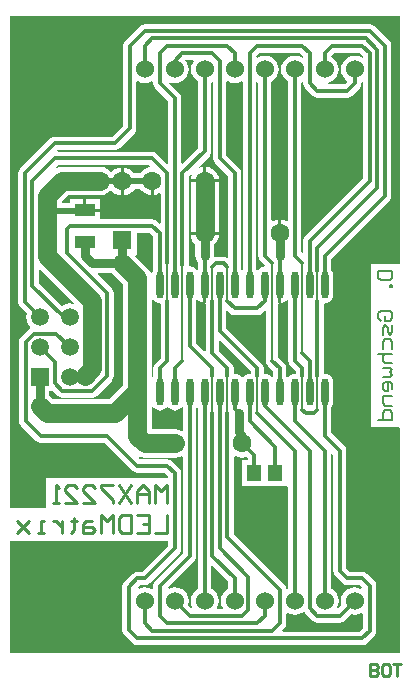
<source format=gbl>
%FSLAX25Y25*%
%MOIN*%
G70*
G01*
G75*
G04 Layer_Physical_Order=3*
G04 Layer_Color=16711680*
%ADD10R,0.06693X0.04331*%
%ADD11O,0.02362X0.09055*%
%ADD12R,0.04724X0.05512*%
%ADD13C,0.06299*%
%ADD14C,0.03150*%
%ADD15C,0.01181*%
%ADD16C,0.00787*%
%ADD17C,0.01969*%
%ADD18C,0.01000*%
%ADD19C,0.06000*%
%ADD20C,0.06299*%
%ADD21R,0.06299X0.06299*%
%ADD22C,0.05906*%
%ADD23R,0.05906X0.05906*%
G36*
X80292Y94086D02*
Y93469D01*
X80000Y93213D01*
X79281Y93118D01*
X78610Y92840D01*
X78035Y92399D01*
X77750Y92028D01*
X77250D01*
X76965Y92399D01*
X76390Y92840D01*
X75719Y93118D01*
X75000Y93213D01*
X74708Y93469D01*
Y95000D01*
X74540Y95845D01*
X74061Y96561D01*
X69708Y100915D01*
Y104017D01*
X70170Y104208D01*
X80292Y94086D01*
D02*
G37*
G36*
X90500Y116853D02*
X90719Y116882D01*
X91390Y117160D01*
X91966Y117601D01*
X92250Y117972D01*
X92583D01*
X92792Y117901D01*
Y97500D01*
X92960Y96655D01*
X93439Y95939D01*
X95292Y94086D01*
Y93469D01*
X95000Y93213D01*
X94281Y93118D01*
X93610Y92840D01*
X93034Y92399D01*
X92750Y92028D01*
X92417D01*
X92208Y92099D01*
Y95000D01*
X92040Y95845D01*
X91561Y96561D01*
X89507Y98615D01*
Y116473D01*
X89883Y116803D01*
X89507Y116852D01*
Y122914D01*
X90500D01*
Y116853D01*
D02*
G37*
G36*
X34130Y126630D02*
X37735Y123026D01*
Y89474D01*
X33026Y84765D01*
X14474D01*
X13370Y85869D01*
X13177Y86017D01*
Y87565D01*
X14312D01*
X15939Y85939D01*
X16655Y85460D01*
X17500Y85292D01*
X27500D01*
X28345Y85460D01*
X29061Y85939D01*
X34061Y90939D01*
X34540Y91655D01*
X34708Y92500D01*
Y120000D01*
X34540Y120845D01*
X34061Y121561D01*
X29261Y126361D01*
X29452Y126823D01*
X33983D01*
X34130Y126630D01*
D02*
G37*
G36*
X48035Y117601D02*
X48610Y117160D01*
X49281Y116882D01*
X50000Y116787D01*
X50292Y116531D01*
Y98414D01*
X48439Y96561D01*
X47960Y95845D01*
X47792Y95000D01*
Y92424D01*
X47386Y92133D01*
X47265Y92174D01*
Y117826D01*
X47739Y117987D01*
X48035Y117601D01*
D02*
G37*
G36*
X65493Y118394D02*
X65460Y118345D01*
X65292Y117500D01*
Y116825D01*
X65000Y116787D01*
X65292Y116531D01*
Y100983D01*
X64830Y100792D01*
X62208Y103414D01*
Y117901D01*
X62417Y117972D01*
X62750D01*
X63034Y117601D01*
X63610Y117160D01*
X64281Y116882D01*
X64500Y116853D01*
Y122914D01*
X65493D01*
Y118394D01*
D02*
G37*
G36*
X21294Y116967D02*
X21073Y116518D01*
X20000Y116660D01*
X18818Y116504D01*
X17717Y116048D01*
X17353Y115769D01*
X9708Y123415D01*
Y127900D01*
X10170Y128091D01*
X21294Y116967D01*
D02*
G37*
G36*
X85493Y114217D02*
Y98394D01*
X85460Y98345D01*
X85292Y97500D01*
X85460Y96655D01*
X85939Y95939D01*
X87792Y94086D01*
Y92099D01*
X87583Y92028D01*
X87250D01*
X86966Y92399D01*
X86390Y92840D01*
X85719Y93118D01*
X85000Y93213D01*
X84708Y93469D01*
Y95000D01*
X84540Y95845D01*
X84061Y96561D01*
X72208Y108414D01*
Y114017D01*
X72670Y114208D01*
X73439Y113439D01*
X74155Y112960D01*
X75000Y112792D01*
X82500D01*
X83345Y112960D01*
X84061Y113439D01*
X85031Y114409D01*
X85493Y114217D01*
D02*
G37*
G36*
X62792Y81843D02*
Y21537D01*
X62693Y21496D01*
X61737Y20763D01*
X61004Y19807D01*
X60543Y18694D01*
X60386Y17500D01*
X60543Y16306D01*
X60920Y15396D01*
X60504Y15118D01*
X59416Y16206D01*
X59457Y16306D01*
X59614Y17500D01*
X59457Y18694D01*
X58996Y19807D01*
X58263Y20763D01*
X57307Y21496D01*
X56194Y21957D01*
X55000Y22114D01*
X53806Y21957D01*
X52896Y21580D01*
X52618Y21996D01*
X61561Y30939D01*
X62040Y31655D01*
X62208Y32500D01*
Y81843D01*
X62500Y82053D01*
X62792Y81843D01*
D02*
G37*
G36*
X72792Y24085D02*
Y21537D01*
X72693Y21496D01*
X71737Y20763D01*
X71004Y19807D01*
X70543Y18694D01*
X70386Y17500D01*
X70543Y16306D01*
X71004Y15193D01*
X71032Y15156D01*
X70811Y14708D01*
X69189D01*
X68968Y15156D01*
X68996Y15193D01*
X69457Y16306D01*
X69614Y17500D01*
X69457Y18694D01*
X68996Y19807D01*
X68263Y20763D01*
X67307Y21496D01*
X67208Y21537D01*
Y29017D01*
X67670Y29208D01*
X72792Y24085D01*
D02*
G37*
G36*
X98230Y13752D02*
X98439Y13439D01*
X100939Y10939D01*
X101655Y10460D01*
X102500Y10292D01*
X110000D01*
X110845Y10460D01*
X111561Y10939D01*
X113706Y13084D01*
X113806Y13043D01*
X115000Y12886D01*
X116194Y13043D01*
X117307Y13504D01*
X117344Y13532D01*
X117792Y13311D01*
Y8415D01*
X116586Y7208D01*
X90983D01*
X90792Y7670D01*
X91561Y8439D01*
X92040Y9155D01*
X92208Y10000D01*
Y13311D01*
X92656Y13532D01*
X92693Y13504D01*
X93806Y13043D01*
X95000Y12886D01*
X96194Y13043D01*
X97307Y13504D01*
X97736Y13833D01*
X98230Y13752D01*
D02*
G37*
G36*
X76267Y65397D02*
X77500Y65235D01*
X78733Y65397D01*
X78908Y65470D01*
X79249Y65129D01*
Y64331D01*
X77520D01*
Y55669D01*
X92480D01*
D01*
X92480D01*
X92792Y55357D01*
Y21798D01*
X92381Y21513D01*
X92137Y21605D01*
X92040Y22095D01*
X91561Y22811D01*
X74708Y39665D01*
Y65593D01*
X75124Y65871D01*
X76267Y65397D01*
D02*
G37*
G36*
X48035Y81775D02*
X48610Y81333D01*
X49281Y81055D01*
X50000Y80961D01*
X50719Y81055D01*
X51390Y81333D01*
X51965Y81775D01*
X52250Y82145D01*
X52750D01*
X53035Y81775D01*
X53610Y81333D01*
X54281Y81055D01*
X55000Y80961D01*
X55719Y81055D01*
X56390Y81333D01*
X56966Y81775D01*
X57250Y82145D01*
X57583D01*
X57792Y82074D01*
Y74407D01*
X57376Y74129D01*
X56233Y74603D01*
X55000Y74765D01*
X47265D01*
Y81999D01*
X47739Y82160D01*
X48035Y81775D01*
D02*
G37*
G36*
X57792Y65593D02*
Y33415D01*
X48439Y24061D01*
X47960Y23345D01*
X47792Y22500D01*
Y21689D01*
X47344Y21468D01*
X47307Y21496D01*
X46194Y21957D01*
X45000Y22114D01*
X43806Y21957D01*
X42896Y21580D01*
X42618Y21996D01*
X43415Y22792D01*
X45000D01*
X45845Y22960D01*
X46561Y23439D01*
X56561Y33439D01*
X57040Y34155D01*
X57208Y35000D01*
Y60000D01*
X57040Y60845D01*
X56561Y61561D01*
X54061Y64061D01*
X53345Y64540D01*
X52500Y64708D01*
X43415D01*
X42895Y65228D01*
X43172Y65643D01*
X43767Y65397D01*
X45000Y65235D01*
X55000D01*
X56233Y65397D01*
X57376Y65871D01*
X57792Y65593D01*
D02*
G37*
G36*
X107792Y66309D02*
Y27500D01*
X107960Y26655D01*
X108439Y25939D01*
X110939Y23439D01*
X111655Y22960D01*
X112500Y22792D01*
X116586D01*
X117382Y21996D01*
X117104Y21580D01*
X116194Y21957D01*
X115000Y22114D01*
X113806Y21957D01*
X112693Y21496D01*
X111737Y20763D01*
X111004Y19807D01*
X110543Y18694D01*
X110386Y17500D01*
X110543Y16306D01*
X110584Y16206D01*
X109496Y15118D01*
X109080Y15396D01*
X109457Y16306D01*
X109614Y17500D01*
X109457Y18694D01*
X108996Y19807D01*
X108263Y20763D01*
X107307Y21496D01*
X107208Y21537D01*
Y66517D01*
X107377Y66587D01*
X107792Y66309D01*
D02*
G37*
G36*
X117792Y190476D02*
Y158414D01*
X98439Y139061D01*
X97960Y138345D01*
X97792Y137500D01*
Y133483D01*
X97623Y133413D01*
X97208Y133691D01*
Y190291D01*
X97632Y190555D01*
X97792Y190476D01*
Y190000D01*
X97960Y189155D01*
X98439Y188439D01*
X100939Y185939D01*
X101655Y185460D01*
X102500Y185292D01*
X112500D01*
X113345Y185460D01*
X114061Y185939D01*
X116561Y188439D01*
X117040Y189155D01*
X117208Y190000D01*
Y190291D01*
X117632Y190555D01*
X117792Y190476D01*
D02*
G37*
G36*
X42693Y190669D02*
X43806Y190208D01*
X45000Y190051D01*
X46194Y190208D01*
X47307Y190669D01*
X47344Y190697D01*
X47792Y190476D01*
Y190000D01*
X47960Y189155D01*
X48439Y188439D01*
X52792Y184086D01*
Y163483D01*
X52330Y163292D01*
X49061Y166561D01*
X48345Y167040D01*
X47500Y167208D01*
X15983D01*
X15792Y167670D01*
X16023Y167901D01*
X35108D01*
X35953Y168069D01*
X36669Y168547D01*
X41561Y173439D01*
X42040Y174155D01*
X42208Y175000D01*
Y190476D01*
X42656Y190697D01*
X42693Y190669D01*
D02*
G37*
G36*
X46679Y162386D02*
X46597Y162146D01*
X46267Y162103D01*
X45117Y161627D01*
X44131Y160870D01*
X43526Y160081D01*
X41354D01*
X40870Y160712D01*
X39883Y161469D01*
X38733Y161945D01*
X38000Y162042D01*
Y157342D01*
Y152643D01*
X38733Y152740D01*
X39883Y153216D01*
X40870Y153973D01*
X41595Y154919D01*
X43526D01*
X44131Y154130D01*
X45117Y153373D01*
X46267Y152897D01*
X47000Y152801D01*
Y157501D01*
X48000D01*
Y152801D01*
X48733Y152897D01*
X49876Y153371D01*
X50292Y153093D01*
Y143483D01*
X49830Y143292D01*
X49061Y144061D01*
X48345Y144540D01*
X47500Y144708D01*
X29921D01*
Y147315D01*
X24999D01*
Y147814D01*
X24500D01*
Y151555D01*
X20079D01*
Y150081D01*
X17473D01*
X17282Y150543D01*
X19474Y152735D01*
X30000D01*
X31233Y152897D01*
X32383Y153373D01*
X33369Y154130D01*
X33440Y154222D01*
X33940D01*
X34130Y153973D01*
X35117Y153216D01*
X36267Y152740D01*
X37000Y152643D01*
Y157342D01*
Y162042D01*
X36267Y161945D01*
X35117Y161469D01*
X34130Y160712D01*
X34060Y160621D01*
X33560D01*
X33369Y160870D01*
X32383Y161627D01*
X31233Y162103D01*
X30000Y162265D01*
X17500D01*
X16267Y162103D01*
X15673Y161857D01*
X15395Y162272D01*
X15914Y162792D01*
X46387D01*
X46679Y162386D01*
D02*
G37*
G36*
X117792Y199085D02*
Y198854D01*
X117344Y198633D01*
X117307Y198661D01*
X116194Y199122D01*
X115000Y199280D01*
X113806Y199122D01*
X112693Y198661D01*
X111737Y197928D01*
X111004Y196973D01*
X110543Y195860D01*
X110386Y194665D01*
X110543Y193471D01*
X111004Y192358D01*
X111737Y191403D01*
X112310Y190963D01*
X112342Y190464D01*
X111585Y189708D01*
X106215D01*
X106182Y190207D01*
X106194Y190208D01*
X107307Y190669D01*
X108263Y191403D01*
X108996Y192358D01*
X109457Y193471D01*
X109614Y194665D01*
X109457Y195860D01*
X108996Y196973D01*
X108263Y197928D01*
X107307Y198661D01*
X107208Y198703D01*
Y199085D01*
X108414Y200292D01*
X116586D01*
X117792Y199085D01*
D02*
G37*
G36*
X97792D02*
Y198854D01*
X97344Y198633D01*
X97307Y198661D01*
X96194Y199122D01*
X95000Y199280D01*
X93806Y199122D01*
X92693Y198661D01*
X91737Y197928D01*
X91004Y196973D01*
X90543Y195860D01*
X90386Y194665D01*
X90543Y193471D01*
X91004Y192358D01*
X91737Y191403D01*
X92693Y190669D01*
X92792Y190628D01*
Y144407D01*
X92377Y144129D01*
X91233Y144603D01*
X90500Y144699D01*
Y139999D01*
X89500D01*
Y144699D01*
X88767Y144603D01*
X87624Y144129D01*
X87208Y144407D01*
Y190628D01*
X87307Y190669D01*
X88263Y191403D01*
X88996Y192358D01*
X89457Y193471D01*
X89614Y194665D01*
X89457Y195860D01*
X88996Y196973D01*
X88263Y197928D01*
X87307Y198661D01*
X86194Y199122D01*
X85000Y199280D01*
X83806Y199122D01*
X82693Y198661D01*
X82656Y198633D01*
X82208Y198854D01*
Y199085D01*
X83415Y200292D01*
X96586D01*
X97792Y199085D01*
D02*
G37*
G36*
X61289Y197344D02*
X61004Y196973D01*
X60543Y195860D01*
X60386Y194665D01*
X60543Y193471D01*
X61004Y192358D01*
X61737Y191403D01*
X62693Y190669D01*
X62792Y190628D01*
Y168414D01*
X57670Y163292D01*
X57208Y163483D01*
Y185000D01*
X57040Y185845D01*
X56561Y186561D01*
X53189Y189933D01*
X53467Y190348D01*
X53806Y190208D01*
X55000Y190051D01*
X56194Y190208D01*
X57307Y190669D01*
X58263Y191403D01*
X58996Y192358D01*
X59457Y193471D01*
X59614Y194665D01*
X59457Y195860D01*
X58996Y196973D01*
X58388Y197765D01*
X58415Y197792D01*
X61068D01*
X61289Y197344D01*
D02*
G37*
G36*
X67792Y190476D02*
Y165000D01*
X67960Y164155D01*
X68439Y163439D01*
X72792Y159086D01*
Y132104D01*
X72351Y131868D01*
X72095Y132040D01*
X71250Y132208D01*
X68750D01*
X68535Y132165D01*
X68177Y132500D01*
Y136483D01*
X68370Y136630D01*
X69127Y137617D01*
X69603Y138767D01*
X69699Y139500D01*
X60301D01*
X60397Y138767D01*
X60873Y137617D01*
X61630Y136630D01*
X61823Y136483D01*
Y132500D01*
X61932Y131678D01*
X62249Y130912D01*
X62754Y130254D01*
X62792Y130224D01*
Y127926D01*
X62583Y127855D01*
X62250D01*
X61966Y128225D01*
X61390Y128667D01*
X60719Y128945D01*
X60000Y129040D01*
X59696Y129365D01*
X59708Y129426D01*
Y159086D01*
X60228Y159605D01*
X60643Y159328D01*
X60397Y158733D01*
X60301Y158000D01*
X64500D01*
Y162199D01*
X63767Y162103D01*
X63172Y161857D01*
X62895Y162272D01*
X66561Y165939D01*
X67040Y166655D01*
X67208Y167500D01*
Y190291D01*
X67632Y190555D01*
X67792Y190476D01*
D02*
G37*
G36*
X72693Y190669D02*
X73806Y190208D01*
X75000Y190051D01*
X76194Y190208D01*
X77307Y190669D01*
X77344Y190697D01*
X77792Y190476D01*
Y128156D01*
X77500Y127947D01*
X77208Y128156D01*
Y160000D01*
X77040Y160845D01*
X76561Y161561D01*
X72208Y165914D01*
Y190476D01*
X72656Y190697D01*
X72693Y190669D01*
D02*
G37*
G36*
X82792Y190291D02*
Y132500D01*
X82960Y131655D01*
X83439Y130939D01*
X84899Y129479D01*
X84738Y129005D01*
X84281Y128945D01*
X83610Y128667D01*
X83034Y128225D01*
X82750Y127855D01*
X82417D01*
X82208Y127926D01*
Y190476D01*
X82368Y190555D01*
X82792Y190291D01*
D02*
G37*
G36*
X47792Y139085D02*
Y127910D01*
X47593Y127650D01*
X47315Y126979D01*
X46764Y127052D01*
X46627Y127383D01*
X45869Y128369D01*
X41768Y132471D01*
X41959Y132933D01*
X42224D01*
Y140292D01*
X46586D01*
X47792Y139085D01*
D02*
G37*
G36*
X130000Y129862D02*
X130000D01*
X129862D01*
X129646Y129862D01*
X129646Y129862D01*
Y129862D01*
X120415D01*
Y75548D01*
X129646D01*
X130000Y75194D01*
Y0D01*
X0D01*
Y37425D01*
X52792D01*
Y35914D01*
X44085Y27208D01*
X42500D01*
X41655Y27040D01*
X40939Y26561D01*
X38147Y23769D01*
X37668Y23053D01*
X37500Y22208D01*
Y7792D01*
X37668Y6947D01*
X38147Y6231D01*
X40939Y3439D01*
X41655Y2960D01*
X42500Y2792D01*
X117500D01*
X118345Y2960D01*
X119061Y3439D01*
X121561Y5939D01*
X122040Y6655D01*
X122208Y7500D01*
Y22500D01*
X122040Y23345D01*
X121561Y24061D01*
X119061Y26561D01*
X118345Y27040D01*
X117500Y27208D01*
X113415D01*
X112208Y28414D01*
Y67500D01*
X112040Y68345D01*
X111561Y69061D01*
X107208Y73414D01*
Y82090D01*
X107407Y82350D01*
X107685Y83021D01*
X107780Y83740D01*
Y90433D01*
X107685Y91153D01*
X107407Y91823D01*
X106965Y92399D01*
X106390Y92840D01*
X105719Y93118D01*
X105000Y93213D01*
X104708Y93469D01*
Y116531D01*
X105000Y116787D01*
X105719Y116882D01*
X106390Y117160D01*
X106965Y117601D01*
X107407Y118177D01*
X107685Y118848D01*
X107780Y119567D01*
Y126260D01*
X107685Y126979D01*
X107407Y127650D01*
X107208Y127910D01*
Y131586D01*
X126561Y150939D01*
X127040Y151655D01*
X127208Y152500D01*
Y202500D01*
X127040Y203345D01*
X126561Y204061D01*
X121561Y209061D01*
X120845Y209540D01*
X120000Y209708D01*
X45000D01*
X44155Y209540D01*
X43439Y209061D01*
X38439Y204061D01*
X37960Y203345D01*
X37792Y202500D01*
Y175915D01*
X34194Y172316D01*
X15108D01*
X14263Y172148D01*
X13547Y171669D01*
X3439Y161561D01*
X2960Y160845D01*
X2792Y160000D01*
Y117093D01*
X2960Y116248D01*
X3439Y115532D01*
X5620Y113350D01*
X5589Y113275D01*
X5433Y112093D01*
X5589Y110911D01*
X6045Y109810D01*
X6771Y108864D01*
X6795Y108845D01*
X6779Y108346D01*
X6557Y108197D01*
X3699Y105339D01*
X3220Y104623D01*
X3052Y103778D01*
Y77500D01*
X3220Y76655D01*
X3699Y75939D01*
X8699Y70939D01*
X9415Y70460D01*
X10260Y70292D01*
X31585D01*
X40939Y60939D01*
X41655Y60460D01*
X42500Y60292D01*
X51586D01*
X52792Y59086D01*
Y58573D01*
X11937D01*
Y48573D01*
X0D01*
Y212500D01*
X130000D01*
Y129862D01*
D02*
G37*
%LPC*%
G36*
X65500Y162199D02*
Y158000D01*
X69699D01*
X69603Y158733D01*
X69127Y159883D01*
X68370Y160870D01*
X67383Y161627D01*
X66233Y162103D01*
X65500Y162199D01*
D02*
G37*
G36*
X69765Y157499D02*
X69700Y157000D01*
X60300D01*
X60235Y157499D01*
Y140001D01*
X60300Y140500D01*
X69700D01*
X69765Y140001D01*
Y157499D01*
D02*
G37*
G36*
X29921Y151555D02*
X25500D01*
Y148315D01*
X29921D01*
Y151555D01*
D02*
G37*
%LPD*%
D10*
X25000Y137185D02*
D03*
Y147815D02*
D03*
D11*
X105000Y87087D02*
D03*
X100000D02*
D03*
X95000D02*
D03*
X90000D02*
D03*
X85000D02*
D03*
X80000D02*
D03*
X75000D02*
D03*
X70000D02*
D03*
X65000D02*
D03*
X60000D02*
D03*
X55000D02*
D03*
X50000D02*
D03*
X105000Y122913D02*
D03*
X100000D02*
D03*
X95000D02*
D03*
X90000D02*
D03*
X85000D02*
D03*
X80000D02*
D03*
X75000D02*
D03*
X70000D02*
D03*
X65000D02*
D03*
X60000D02*
D03*
X55000D02*
D03*
X50000D02*
D03*
D12*
X88543Y60000D02*
D03*
X81457D02*
D03*
D13*
X12500Y80000D02*
X35000D01*
X10000Y82500D02*
X12500Y80000D01*
X27500Y95000D02*
Y117500D01*
X25000Y92500D02*
X27500Y95000D01*
X12500Y132500D02*
X27500Y117500D01*
X12500Y132500D02*
Y152500D01*
X45000Y70000D02*
X55000D01*
X42500Y72500D02*
X45000Y70000D01*
X42500Y72500D02*
Y87500D01*
X35000Y80000D02*
X42500Y87500D01*
X12500Y152500D02*
X17500Y157500D01*
X42500Y87500D02*
Y125000D01*
X37500Y130000D02*
X42500Y125000D01*
X12500Y147500D02*
Y152500D01*
X17500Y157500D02*
X30000D01*
X65000Y140000D02*
Y157500D01*
D14*
X10000Y82500D02*
Y92093D01*
X20000Y92500D02*
X25000D01*
Y132500D02*
Y137185D01*
Y132500D02*
X27500Y130000D01*
X37500D01*
Y137657D01*
X90000Y132500D02*
Y140000D01*
X65000Y132500D02*
Y140000D01*
X77500Y70000D02*
X78000Y70500D01*
X76250Y73750D02*
Y80250D01*
Y73750D02*
X77500Y72500D01*
Y70000D02*
Y72500D01*
D15*
X42500Y5000D02*
X117500D01*
X39708Y7792D02*
X42500Y5000D01*
X39708Y7792D02*
Y22208D01*
X117500Y5000D02*
X120000Y7500D01*
Y22500D01*
X117500Y25000D02*
X120000Y22500D01*
X112500Y25000D02*
X117500D01*
X110000Y27500D02*
X112500Y25000D01*
X110000Y27500D02*
Y67500D01*
X105000Y72500D02*
X110000Y67500D01*
X105000Y72500D02*
Y87087D01*
X110000Y12500D02*
X115000Y17500D01*
X102500Y12500D02*
X110000D01*
X72500Y38750D02*
Y80000D01*
Y38750D02*
X90000Y21250D01*
X70000Y35000D02*
Y87087D01*
X67500Y32500D02*
Y80000D01*
X65000Y17500D02*
Y87559D01*
X67500Y32500D02*
X75000Y25000D01*
X55000Y95000D02*
X57500Y97500D01*
Y160000D02*
X65000Y167500D01*
X57500Y129426D02*
Y160000D01*
X85000Y132500D02*
X87500Y130000D01*
Y97500D02*
X90000Y95000D01*
X10260Y72500D02*
X32500D01*
X5260Y77500D02*
X10260Y72500D01*
X32500D02*
X42500Y62500D01*
X27500Y87500D02*
X32500Y92500D01*
X19094Y133405D02*
Y141595D01*
X32500Y92500D02*
Y120000D01*
X17500Y87500D02*
X27500D01*
X19094Y133405D02*
X32500Y120000D01*
X40000Y175000D02*
Y202500D01*
X35108Y170108D02*
X40000Y175000D01*
X15108Y170108D02*
X35108D01*
X5000Y160000D02*
X15108Y170108D01*
X5000Y117093D02*
Y160000D01*
X15000Y165000D02*
X47500D01*
X7500Y157500D02*
X15000Y165000D01*
X7500Y122500D02*
Y157500D01*
X47500Y165000D02*
X52500Y160000D01*
X5260Y77500D02*
Y103778D01*
X42500Y62500D02*
X52500D01*
X55000Y60000D01*
Y35000D02*
Y60000D01*
X45000Y25000D02*
X55000Y35000D01*
X47500Y7500D02*
X87500D01*
X45000Y10000D02*
X47500Y7500D01*
X45000Y10000D02*
Y17500D01*
X87500Y7500D02*
X90000Y10000D01*
Y21250D01*
X39708Y22208D02*
X42500Y25000D01*
X45000D01*
X5000Y117093D02*
X10000Y112093D01*
X7500Y122500D02*
X17907Y112093D01*
X19094Y141595D02*
X20000Y142500D01*
X47500D01*
X50000Y140000D01*
Y122913D02*
Y140000D01*
X17907Y112093D02*
X20000D01*
X52500Y130000D02*
Y160000D01*
X15000Y90000D02*
X17500Y87500D01*
X15000Y90000D02*
Y97093D01*
X5260Y103778D02*
X8118Y106636D01*
X15457D01*
X20000Y102093D01*
X10000D02*
X15000Y97093D01*
X55000Y122913D02*
Y185000D01*
X52500Y97500D02*
Y117500D01*
X75000Y123386D02*
Y160000D01*
X70000Y165000D02*
X75000Y160000D01*
X70000Y165000D02*
Y197500D01*
X65000Y167500D02*
Y194665D01*
X55000Y121811D02*
Y122913D01*
X80000Y87087D02*
Y87559D01*
X67500Y200000D02*
X70000Y197500D01*
X85000Y132500D02*
Y194665D01*
X105000Y122913D02*
Y132500D01*
X125000Y152500D01*
X100000Y123386D02*
Y137500D01*
X120000Y157500D01*
X102500Y135000D02*
X122500Y155000D01*
X102500Y127379D02*
Y135000D01*
Y92500D02*
Y117500D01*
X80000Y122913D02*
Y200000D01*
X82500Y202500D01*
X97500D01*
X100000Y200000D01*
X95000Y132500D02*
X97500Y130000D01*
X95000Y132500D02*
Y194665D01*
X100000Y190000D02*
Y200000D01*
Y190000D02*
X102500Y187500D01*
X112500D01*
X115000Y190000D01*
Y194665D01*
X50000Y87087D02*
Y95000D01*
X52500Y97500D01*
X55000Y17500D02*
X60000Y12500D01*
X70000Y87087D02*
Y87559D01*
X75000Y17500D02*
Y25000D01*
X60000Y32500D02*
Y87559D01*
X81457Y60000D02*
Y66043D01*
X97500Y81250D02*
X98750Y80000D01*
X101250D02*
X102500Y81250D01*
X98750Y80000D02*
X101250D01*
X60000Y102500D02*
Y122913D01*
Y102500D02*
X67500Y95000D01*
Y92500D02*
Y95000D01*
X85000Y82500D02*
Y87559D01*
Y82500D02*
X100000Y67500D01*
X105000Y194665D02*
Y200000D01*
X107500Y202500D01*
X117500D01*
X120000Y200000D01*
Y157500D02*
Y200000D01*
X122500Y155000D02*
Y201250D01*
X125000Y152500D02*
Y202500D01*
X118750Y205000D02*
X122500Y201250D01*
X120000Y207500D02*
X125000Y202500D01*
X45000Y194665D02*
Y202500D01*
X47500Y205000D01*
X118750D01*
X67500Y100000D02*
Y117500D01*
Y100000D02*
X72500Y95000D01*
Y92500D02*
Y95000D01*
X70000Y107500D02*
Y122913D01*
Y107500D02*
X82500Y95000D01*
Y92500D02*
Y95000D01*
X72500Y117500D02*
X75000Y115000D01*
X85000Y117500D02*
Y122913D01*
X75000Y115000D02*
X82500D01*
X85000Y117500D01*
X55000Y87559D02*
Y95000D01*
X95000Y97500D02*
Y122913D01*
Y97500D02*
X97500Y95000D01*
Y92500D02*
Y95000D01*
Y100000D02*
X100000Y97500D01*
Y87559D02*
Y97500D01*
X90000Y87559D02*
Y95000D01*
X77500Y12500D02*
X79378Y14378D01*
Y25622D01*
X100000Y15000D02*
X102500Y12500D01*
X100000Y15000D02*
Y67500D01*
X95000Y77500D02*
Y87559D01*
Y77500D02*
X105000Y67500D01*
Y17500D02*
Y67500D01*
X82500Y80000D02*
X95000Y67500D01*
Y17500D02*
Y67500D01*
X80000Y77500D02*
Y87087D01*
Y77500D02*
X88543Y68957D01*
Y60000D02*
Y68957D01*
X55000Y194665D02*
Y197500D01*
X57500Y200000D01*
X67500D01*
X75000Y194665D02*
Y200000D01*
X72500Y202500D02*
X75000Y200000D01*
X52500Y202500D02*
X72500D01*
X50000Y200000D02*
X52500Y202500D01*
X50000Y190000D02*
Y200000D01*
Y190000D02*
X55000Y185000D01*
X67500Y128750D02*
X68750Y130000D01*
X71250D01*
X72500Y128750D01*
X65000Y122913D02*
Y132500D01*
X90000Y122913D02*
Y132500D01*
X77500Y70000D02*
X81457Y66043D01*
X70000Y35000D02*
X79378Y25622D01*
X60000Y12500D02*
X77500D01*
X50000Y22500D02*
X60000Y32500D01*
X85000Y12500D02*
Y17500D01*
X82500Y10000D02*
X85000Y12500D01*
X52500Y10000D02*
X82500D01*
X50000Y12500D02*
X52500Y10000D01*
X50000Y12500D02*
Y22500D01*
X40000Y202500D02*
X45000Y207500D01*
X120000D01*
X75000Y81500D02*
Y87087D01*
Y81500D02*
X76250Y80250D01*
D16*
X72500Y80000D02*
Y92500D01*
X67500Y80000D02*
Y92500D01*
X57500Y97500D02*
Y129426D01*
X87500Y126277D02*
Y130000D01*
Y97500D02*
Y126277D01*
X52500Y117500D02*
Y130000D01*
X102500Y117500D02*
Y127379D01*
X97500Y81250D02*
Y92500D01*
X102500Y81250D02*
Y92500D01*
X72500Y117500D02*
Y128750D01*
X97500Y100000D02*
Y130000D01*
X82500Y80000D02*
Y92500D01*
X67500Y117500D02*
Y128750D01*
X122777Y127500D02*
X127500D01*
Y125139D01*
X126713Y124351D01*
X123564D01*
X122777Y125139D01*
Y127500D01*
X127500Y122777D02*
X126713D01*
Y121990D01*
X127500D01*
Y122777D01*
X123564Y110970D02*
X122777Y111757D01*
Y113331D01*
X123564Y114119D01*
X126713D01*
X127500Y113331D01*
Y111757D01*
X126713Y110970D01*
X125139D01*
Y112544D01*
X127500Y109396D02*
Y107034D01*
X126713Y106247D01*
X125926Y107034D01*
Y108608D01*
X125139Y109396D01*
X124351Y108608D01*
Y106247D01*
Y101524D02*
Y103886D01*
X125139Y104673D01*
X126713D01*
X127500Y103886D01*
Y101524D01*
X122777Y99950D02*
X127500D01*
X125139D01*
X124351Y99163D01*
Y97588D01*
X125139Y96801D01*
X127500D01*
X124351Y95227D02*
X126713D01*
X127500Y94440D01*
X126713Y93653D01*
X127500Y92866D01*
X126713Y92078D01*
X124351D01*
X127500Y88143D02*
Y89717D01*
X126713Y90504D01*
X125139D01*
X124351Y89717D01*
Y88143D01*
X125139Y87356D01*
X125926D01*
Y90504D01*
X127500Y85781D02*
X124351D01*
Y83420D01*
X125139Y82633D01*
X127500D01*
X122777Y77910D02*
X127500D01*
Y80271D01*
X126713Y81058D01*
X125139D01*
X124351Y80271D01*
Y77910D01*
D17*
X12500Y147500D02*
X25000D01*
X37028Y137185D02*
X37500Y137657D01*
X37657Y157500D02*
X47500D01*
X37500Y157343D02*
X37657Y157500D01*
X37343D02*
X37500Y157343D01*
X30000Y157500D02*
X37343D01*
D18*
X52500Y45998D02*
Y40000D01*
X48501D01*
X42503Y45998D02*
X46502D01*
Y40000D01*
X42503D01*
X46502Y42999D02*
X44503D01*
X40504Y45998D02*
Y40000D01*
X37505D01*
X36505Y41000D01*
Y44998D01*
X37505Y45998D01*
X40504D01*
X34506Y40000D02*
Y45998D01*
X32506Y43999D01*
X30507Y45998D01*
Y40000D01*
X27508Y43999D02*
X25509D01*
X24509Y42999D01*
Y40000D01*
X27508D01*
X28508Y41000D01*
X27508Y41999D01*
X24509D01*
X21510Y44998D02*
Y43999D01*
X22510D01*
X20510D01*
X21510D01*
Y41000D01*
X20510Y40000D01*
X17511Y43999D02*
Y40000D01*
Y41999D01*
X16512Y42999D01*
X15512Y43999D01*
X14512D01*
X11513Y40000D02*
X9514D01*
X10514D01*
Y43999D01*
X11513D01*
X6515D02*
X2516Y40000D01*
X4515Y41999D01*
X2516Y43999D01*
X6515Y40000D01*
X52500Y50000D02*
Y55998D01*
X50501Y53999D01*
X48501Y55998D01*
Y50000D01*
X46502D02*
Y53999D01*
X44503Y55998D01*
X42503Y53999D01*
Y50000D01*
Y52999D01*
X46502D01*
X40504Y55998D02*
X36505Y50000D01*
Y55998D02*
X40504Y50000D01*
X34506Y55998D02*
X30507D01*
Y54998D01*
X34506Y51000D01*
Y50000D01*
X24509D02*
X28508D01*
X24509Y53999D01*
Y54998D01*
X25509Y55998D01*
X27508D01*
X28508Y54998D01*
X18511Y50000D02*
X22510D01*
X18511Y53999D01*
Y54998D01*
X19511Y55998D01*
X21510D01*
X22510Y54998D01*
X16512Y50000D02*
X14512D01*
X15512D01*
Y55998D01*
X16512Y54998D01*
X120000Y-3564D02*
Y-7500D01*
X121968D01*
X122624Y-6844D01*
Y-6188D01*
X121968Y-5532D01*
X120000D01*
X121968D01*
X122624Y-4876D01*
Y-4220D01*
X121968Y-3564D01*
X120000D01*
X125904D02*
X124592D01*
X123936Y-4220D01*
Y-6844D01*
X124592Y-7500D01*
X125904D01*
X126560Y-6844D01*
Y-4220D01*
X125904Y-3564D01*
X127872D02*
X130495D01*
X129183D01*
Y-7500D01*
D19*
X115000Y17500D02*
D03*
X75000D02*
D03*
X85000D02*
D03*
X95000D02*
D03*
X105000D02*
D03*
X65000D02*
D03*
X55000D02*
D03*
X45000D02*
D03*
Y194665D02*
D03*
X55000D02*
D03*
X65000D02*
D03*
X115000D02*
D03*
X105000D02*
D03*
X95000D02*
D03*
X85000D02*
D03*
X75000D02*
D03*
D20*
X37500Y157343D02*
D03*
X47500Y157500D02*
D03*
X65000D02*
D03*
X55000Y70000D02*
D03*
X90000Y140000D02*
D03*
X65000D02*
D03*
X77500Y70000D02*
D03*
D21*
X37500Y137657D02*
D03*
D22*
X20000Y112093D02*
D03*
X10000D02*
D03*
X20000Y102093D02*
D03*
X10000D02*
D03*
X20000Y92093D02*
D03*
D23*
X10000D02*
D03*
M02*

</source>
